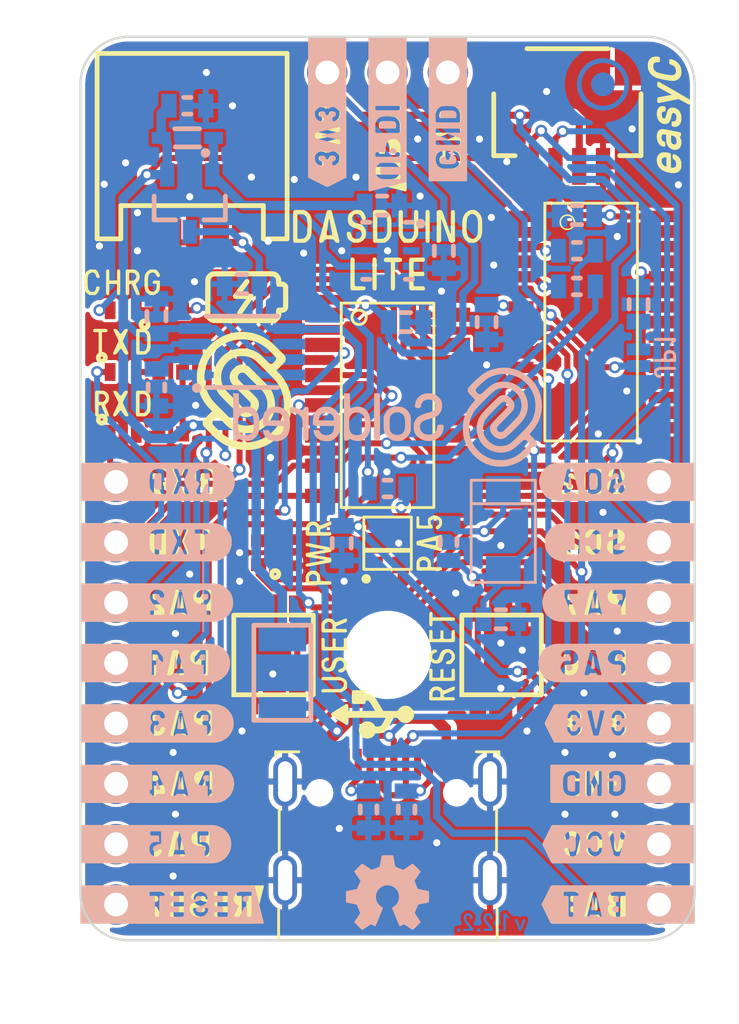
<source format=kicad_pcb>
(kicad_pcb (version 20211014) (generator pcbnew)
  (title_block (title "Dasduino LITE") (date "2022-08-16") (rev "V1.2.2.") (company "SOLDERED") (comment 1 "333008"))
  (layers (0 "F.Cu" mixed) (31 "B.Cu" signal) (34 "B.Paste" user) (35 "F.Paste" user) (36 "B.SilkS" user "B.Silkscreen") (37 "F.SilkS" user "F.Silkscreen") (38 "B.Mask" user) (39 "F.Mask" user) (44 "Edge.Cuts" user))
  (net 0 "")
  (net 1 "+3V3")
  (net 2 "GND")
  (net 3 "RESET")
  (net 4 "VUSB")
  (net 5 "VCC")
  (net 6 "VBAT")
  (net 7 "TXD0")
  (net 8 "Net-(D1-Pad1)")
  (net 9 "RXD0")
  (net 10 "Net-(D2-Pad1)")
  (net 11 "Net-(D3-Pad1)")
  (net 13 "Net-(F1-Pad2)")
  (net 14 "D-")
  (net 15 "D+")
  (net 16 "SDA")
  (net 17 "SCL")
  (net 18 "SPI_MISO")
  (net 19 "SPI_MOSI")
  (net 20 "SPI_SCK")
  (net 21 "SPI_CS")
  (net 23 "RTS")
  (net 24 "Net-(C10-Pad2)")
  (net 25 "Net-(C2-Pad1)")
  (net 26 "Net-(D5-Pad2)")
  (net 27 "Net-(K2-PadA5)")
  (net 29 "Net-(K2-PadB5)")
  (net 36 "Net-(R1-Pad1)")
  (net 37 "Net-(R2-Pad1)")
  (net 38 "Net-(R11-Pad1)")
  (net 39 "Net-(R12-Pad1)")
  (net 41 "Net-(D4-Pad3)")
  (net 43 "PA5")
  (net 44 "PA7")
  (net 45 "PA6")
  (footprint "e-radionica.com footprinti:HEADER-UPDI" (layer "F.Cu") (at 77.43 113.5)
    (fp_text reference "K4")
    (fp_text value "HEADER-UPDI")
  )
  (footprint "buzzardLabel" (layer "F.Cu") (at 90.76 130.72)
    (fp_text reference "")
    (fp_text value "")
  )
  (footprint "buzzardLabel" (layer "F.Cu") (at 64.1 145.96)
    (fp_text reference "")
    (fp_text value "")
  )
  (footprint "e-radionica.com footprinti:0402R" (layer "F.Cu") (at 68.3 126.1)
    (fp_text reference "R3")
    (fp_text value "2k2")
  )
  (footprint "buzzardLabel" (layer "F.Cu") (at 90.76 143.42)
    (fp_text reference "")
    (fp_text value "")
  )
  (footprint "buzzardLabel" (layer "F.Cu") (at 64.1 135.8)
    (fp_text reference "")
    (fp_text value "")
  )
  (footprint "e-radionica.com footprinti:FIDUCIAL_23" (layer "F.Cu") (at 77.43 148)
    (fp_text reference "FD1")
    (fp_text value "FIDUCIAL")
  )
  (footprint "Soldered Graphics:Logo-Back-OSH-3.5mm" (layer "F.Cu") (at 77.43 148)
    (fp_text reference "G***" hide)
    (fp_text value "LOGO" hide)
  )
  (footprint "e-radionica.com footprinti:0402LED" (layer "F.Cu") (at 66.3 128.7 180)
    (fp_text reference "D2")
    (fp_text value "blue")
  )
  (footprint "e-radionica.com footprinti:SOIC-14" (layer "F.Cu") (at 77.43 127.5)
    (fp_text reference "U4")
    (fp_text value "ATTINY1604")
  )
  (footprint "e-radionica.com footprinti:0402R" (layer "F.Cu") (at 68.3 128.7)
    (fp_text reference "R4")
    (fp_text value "2k2")
  )
  (footprint "buzzardLabel" (layer "F.Cu") (at 90.76 138.34)
    (fp_text reference "")
    (fp_text value "")
  )
  (footprint "buzzardLabel" (layer "F.Cu") (at 90.76 140.88)
    (fp_text reference "")
    (fp_text value "")
  )
  (footprint "buzzardLabel" (layer "F.Cu") (at 90.76 133.26)
    (fp_text reference "")
    (fp_text value "")
  )
  (footprint "buzzardLabel" (layer "F.Cu") (at 64.1 143.42)
    (fp_text reference "")
    (fp_text value "")
  )
  (footprint "buzzardLabel" (layer "F.Cu") (at 90.76 145.96)
    (fp_text reference "")
    (fp_text value "")
  )
  (footprint "buzzardLabel" (layer "F.Cu") (at 74.89 111.6 90)
    (fp_text reference "")
    (fp_text value "")
  )
  (footprint "e-radionica.com footprinti:WS2812B-2020" (layer "F.Cu") (at 77.43 133.3 -90)
    (fp_text reference "D4")
    (fp_text value "WS2812B-2020")
  )
  (footprint "buzzardLabel" (layer "F.Cu") (at 77.43 111.6 90)
    (fp_text reference "")
    (fp_text value "")
  )
  (footprint "e-radionica.com footprinti:0402R" (layer "F.Cu") (at 68.3 123.5 180)
    (fp_text reference "R12")
    (fp_text value "2k2")
  )
  (footprint "buzzardLabel" (layer "F.Cu") (at 79.97 111.6 90)
    (fp_text reference "")
    (fp_text value "")
  )
  (footprint "buzzardLabel" (layer "F.Cu") (at 90.76 135.8)
    (fp_text reference "")
    (fp_text value "")
  )
  (footprint "e-radionica.com footprinti:0402LED" (layer "F.Cu") (at 73.3 133.7 -90)
    (fp_text reference "D3")
    (fp_text value "purple")
  )
  (footprint "buzzardLabel" (layer "F.Cu") (at 79.7 138 90)
    (fp_text reference "")
    (fp_text value "")
  )
  (footprint "e-radionica.com footprinti:SOP-16" (layer "F.Cu") (at 86 124)
    (fp_text reference "U1")
    (fp_text value "CH340C")
  )
  (footprint "buzzardLabel" (layer "F.Cu") (at 79.2 133.3 90)
    (fp_text reference "")
    (fp_text value "")
  )
  (footprint "buzzardLabel" (layer "F.Cu") (at 77.43 120)
    (fp_text reference "")
    (fp_text value "")
  )
  (footprint "e-radionica.com footprinti:easyC-connector" (layer "F.Cu") (at 85 115.3)
    (fp_text reference "K1")
    (fp_text value "easyC-SMD")
  )
  (footprint "e-radionica.com footprinti:0402LED" (layer "F.Cu") (at 66.3 126.1 180)
    (fp_text reference "D1")
    (fp_text value "white")
  )
  (footprint "Soldered Graphics:Symbol-Front-Battery" (layer "F.Cu") (at 71.5 123.025007)
    (fp_text reference "G***" hide)
    (fp_text value "LOGO" hide)
  )
  (footprint "buzzardLabel" (layer "F.Cu") (at 64.1 138.34)
    (fp_text reference "")
    (fp_text value "")
  )
  (footprint "buzzardLabel" (layer "F.Cu") (at 66.3 122.3)
    (fp_text reference "")
    (fp_text value "")
  )
  (footprint "Soldered Graphics:Logo-Back-SolderedFULL-13mm" (layer "F.Cu") (at 77.43 128)
    (fp_text reference "REF**" hide)
    (fp_text value "Logo-Front-SolderedFULL-13mm" hide)
  )
  (footprint "Soldered Graphics:Logo-Front-Soldered-5mm" (layer "F.Cu") (at 71.4 126.9)
    (fp_text reference "G***" hide)
    (fp_text value "LOGO" hide)
  )
  (footprint "buzzardLabel" (layer "F.Cu") (at 90.76 148.5)
    (fp_text reference "")
    (fp_text value "")
  )
  (footprint "buzzardLabel" (layer "F.Cu") (at 75.16 138 90)
    (fp_text reference "")
    (fp_text value "")
  )
  (footprint "buzzardLabel" (layer "F.Cu") (at 66.3 127.4)
    (fp_text reference "")
    (fp_text value "")
  )
  (footprint "buzzardLabel" (layer "F.Cu") (at 64.1 133.26)
    (fp_text reference "")
    (fp_text value "")
  )
  (footprint "e-radionica.com footprinti:0402LED" (layer "F.Cu") (at 66.3 123.5)
    (fp_text reference "D5")
    (fp_text value "red")
  )
  (footprint "buzzardLabel" (layer "F.Cu") (at 64.1 140.88)
    (fp_text reference "")
    (fp_text value "")
  )
  (footprint "e-radionica.com footprinti:YTSA007A0151803B" (layer "F.Cu") (at 72.63 138 90)
    (fp_text reference "SW1")
    (fp_text value "YTSA007A0151803B")
  )
  (footprint "e-radionica.com footprinti:HOLE_3.2mm" (layer "F.Cu") (at 77.43 138)
    (fp_text reference "H1" hide)
    (fp_text value "HOLE_3.2mm" hide)
  )
  (footprint "e-radionica.com footprinti:JST-2pin-SMD" (layer "F.Cu") (at 69.2 117.5)
    (fp_text reference "K3")
    (fp_text value "JST-2pin-SMD")
  )
  (footprint "Soldered Graphics:Logo-Front-easyC-5mm" (layer "F.Cu") (at 89.25 115.275 90)
    (fp_text reference "G***" hide)
    (fp_text value "LOGO" hide)
  )
  (footprint "Soldered Graphics:Symbol-Front-USB" (layer "F.Cu") (at 76.8 140.5 90)
    (fp_text reference "G***" hide)
    (fp_text value "LOGO" hide)
  )
  (footprint "buzzardLabel" (layer "F.Cu") (at 77.43 122)
    (fp_text reference "")
    (fp_text value "")
  )
  (footprint "buzzardLabel" (layer "F.Cu") (at 74.5 133.7 90)
    (fp_text reference "")
    (fp_text value "")
  )
  (footprint "e-radionica.com footprinti:YTSA007A0151803B" (layer "F.Cu") (at 82.23 138 90)
    (fp_text reference "SW2")
    (fp_text value "YTSA007A0151803B")
  )
  (footprint "e-radionica.com footprinti:0402R" (layer "F.Cu") (at 72 133.7 90)
    (fp_text reference "R6")
    (fp_text value "2k2")
  )
  (footprint "buzzardLabel" (layer "F.Cu") (at 64.1 148.5)
    (fp_text reference "")
    (fp_text value "")
  )
  (footprint "buzzardLabel" (layer "F.Cu") (at 66.3 124.8)
    (fp_text reference "")
    (fp_text value "")
  )
  (footprint "buzzardLabel" (layer "F.Cu") (at 64.1 130.72)
    (fp_text reference "")
    (fp_text value "")
  )
  (footprint "e-radionica.com footprinti:U262-161N-4BVC11" (layer "F.Cu") (at 77.43 145)
    (fp_text reference "K2")
    (fp_text value "U262-161N-4BVC11")
  )
  (footprint "buzzardLabel" (layer "B.Cu") (at 74.89 111.6 90)
    (fp_text reference "")
    (fp_text value "")
  )
  (footprint "buzzardLabel" (layer "B.Cu") (at 79.97 111.6 90)
    (fp_text reference "")
    (fp_text value "")
  )
  (footprint "e-radionica.com footprinti:0603R" (layer "B.Cu") (at 85.4 122.5)
    (fp_text reference "R2")
    (fp_text value "1k")
  )
  (footprint "buzzardLabel" (layer "B.Cu") (at 90.76 143.42 180)
    (fp_text reference "")
    (fp_text value "")
  )
  (footprint "e-radionica.com footprinti:0603C" (layer "B.Cu") (at 78.2 124)
    (fp_text reference "C9")
    (fp_text value "100n")
  )
  (footprint "e-radionica.com footprinti:1206FUSE" (layer "B.Cu") (at 73 138.75 -90)
    (fp_text reference "F1")
    (fp_text value "1206FUSE-500mA")
  )
  (footprint "buzzardLabel" (layer "B.Cu") (at 64.1 138.34 180)
    (fp_text reference "")
    (fp_text value "")
  )
  (footprint "e-radionica.com footprinti:0603C" (layer "B.Cu") (at 85.4 119.5)
    (fp_text reference "C1")
    (fp_text value "100n")
  )
  (footprint "e-radionica.com footprinti:M4_DIODA" (layer "B.Cu") (at 82.3 132.8 90)
    (fp_text reference "D6")
    (fp_text value "M4_DIODA")
  )
  (footprint "e-radionica.com footprinti:0603R" (layer "B.Cu") (at 80 133.25 90)
    (fp_text reference "R10")
    (fp_text value "10k")
  )
  (footprint "e-radionica.com footprinti:0603C" (layer "B.Cu") (at 79.8 121 90)
    (fp_text reference "C5")
    (fp_text value "2u2")
  )
  (footprint "e-radionica.com footprinti:0603R" (layer "B.Cu") (at 85.4 121)
    (fp_text reference "R1")
    (fp_text value "1k")
  )
  (footprint "Soldered Graphics:Version1.2.2." (layer "B.Cu") (at 81.75 149.25 180)
    (fp_text reference "REF**" hide)
    (fp_text value "Version1.2.2." hide)
  )
  (footprint "e-radionica.com footprinti:FIDUCIAL_23" (layer "B.Cu") (at 86.5 114 180)
    (fp_text reference "FD2")
    (fp_text value "FIDUCIAL")
  )
  (footprint "buzzardLabel" (layer "B.Cu") (at 64.1 148.5 180)
    (fp_text reference "")
    (fp_text value "")
  )
  (footprint "buzzardLabel" (layer "B.Cu") (at 90.76 133.26 180)
    (fp_text reference "")
    (fp_text value "")
  )
  (footprint "buzzardLabel" (layer "B.Cu") (at 64.1 143.42 180)
    (fp_text reference "")
    (fp_text value "")
  )
  (footprint "e-radionica.com footprinti:0603R" (layer "B.Cu") (at 78.23 144.5 -90)
    (fp_text reference "R7")
    (fp_text value "5k1")
  )
  (footprint "buzzardLabel" (layer "B.Cu") (at 64.1 135.8 180)
    (fp_text reference "")
    (fp_text value "")
  )
  (footprint "e-radionica.com footprinti:TPS7A2633DRVR" (layer "B.Cu") (at 77.43 121 180)
    (fp_text reference "U2")
    (fp_text value "TPS7A2633DRVR")
  )
  (footprint "buzzardLabel" (layer "B.Cu") (at 64.1 145.96 180)
    (fp_text reference "")
    (fp_text value "")
  )
  (footprint "buzzardLabel" (layer "B.Cu") (at 64.1 140.88 180)
    (fp_text reference "")
    (fp_text value "")
  )
  (footprint "e-radionica.com footprinti:HEADER_MALE_8X1" (layer "B.Cu") (at 66 139.61 90)
    (fp_text reference "K5")
    (fp_text value "HEADER_MALE_8X1")
  )
  (footprint "e-radionica.com footprinti:0603R" (layer "B.Cu") (at 76.63 144.5 -90)
    (fp_text reference "R8")
    (fp_text value "5k1")
  )
  (footprint "e-radionica.com footprinti:SOT-23-3" (layer "B.Cu") (at 69.1 119 -90)
    (fp_text reference "Q1")
    (fp_text value "PMOS")
  )
  (footprint "buzzardLabel" (layer "B.Cu") (at 77.43 111.6 90)
    (fp_text reference "")
    (fp_text value "")
  )
  (footprint "e-radionica.com footprinti:0603C" (layer "B.Cu") (at 77.2 119.1 180)
    (fp_text reference "C3")
    (fp_text value "2u2")
  )
  (footprint "buzzardLabel" (layer "B.Cu") (at 90.76 140.88 180)
    (fp_text reference "")
    (fp_text value "")
  )
  (footprint "e-radionica.com footprinti:0603R" (layer "B.Cu") (at 69 114.9 180)
    (fp_text reference "R14")
    (fp_text value "100k")
  )
  (footprint "buzzardLabel" (layer "B.Cu") (at 90.76 148.5 180)
    (fp_text reference "")
    (fp_text value "")
  )
  (footprint "buzzardLabel" (layer "B.Cu") (at 90.76 130.72 180)
    (fp_text reference "")
    (fp_text value "")
  )
  (footprint "e-radionica.com footprinti:0603C" (layer "B.Cu") (at 88 123.25 -90)
    (fp_text reference "C10")
    (fp_text value "100n")
  )
  (footprint "buzzardLabel" (layer "B.Cu") (at 64.1 133.26 180)
    (fp_text reference "")
    (fp_text value "")
  )
  (footprint "buzzardLabel" (layer "B.Cu") (at 90.76 135.8 180)
    (fp_text reference "")
    (fp_text value "")
  )
  (footprint "e-radionica.com footprinti:0603C" (layer "B.Cu") (at 81.6 124 -90)
    (fp_text reference "C2")
    (fp_text value "100n")
  )
  (footprint "buzzardLabel" (layer "B.Cu") (at 90.76 138.34 180)
    (fp_text reference "")
    (fp_text value "")
  )
  (footprint "e-radionica.com footprinti:HEADER_MALE_8X1" (layer "B.Cu") (at 88.86 139.61 90)
    (fp_text reference "K6")
    (fp_text value "HEADER_MALE_8X1")
  )
  (footprint "e-radionica.com footprinti:SMD_JUMPER" (layer "B.Cu") (at 88 125.5 -90)
    (fp_text reference "JP1")
    (fp_text value "SMD_JUMPER")
  )
  (footprint "buzzardLabel" (layer "B.Cu") (at 90.76 145.96 180)
    (fp_text reference "")
    (fp_text value "")
  )
  (footprint "e-radionica.com footprinti:0603C" (layer "B.Cu") (at 71.3 122.4)
    (fp_text reference "C7")
    (fp_text value "2u2")
  )
  (footprint "buzzardLabel" (layer "B.Cu") (at 89.1 125.5 90)
    (fp_text reference "")
    (fp_text value "")
  )
  (footprint "e-radionica.com footprinti:0603C" (layer "B.Cu") (at 82.2 136.5 180)
    (fp_text reference "C6")
    (fp_text value "270p")
  )
  (footprint "e-radionica.com footprinti:0603R" (layer "B.Cu") (at 77.43 131)
    (fp_text reference "R5")
    (fp_text value "1k")
  )
  (footprint "e-radionica.com footprinti:0603C" (layer "B.Cu") (at 67.7 123.75 -90)
    (fp_text reference "C8")
    (fp_text value "2u2")
  )
  (footprint "e-radionica.com footprinti:TP4056M-MSOP8" (layer "B.Cu") (at 71.3 125.25)
    (fp_text reference "U3")
    (fp_text value "TP4056M")
  )
  (footprint "e-radionica.com footprinti:0603R" (layer "B.Cu") (at 67.7 126.75 -90)
    (fp_text reference "R11")
    (fp_text value "3k")
  )
  (footprint "e-radionica.com footprinti:0603C" (layer "B.Cu") (at 75.5 133.3 -90)
    (fp_text reference "C4")
    (fp_text value "100n")
  )
  (footprint "e-radionica.com footprinti:SOD-323" (layer "B.Cu") (at 69 116.25)
    (fp_text reference "D7")
    (fp_text value "BAT20J")
  )
  (footprint "buzzardLabel" (layer "B.Cu") (at 64.1 130.72 180)
    (fp_text reference "")
    (fp_text value "")
  )
  (gr_arc (start 88.36 112) (mid 89.774214 112.585786) (end 90.36 114) (layer "Edge.Cuts") (width 0.1))
  (gr_arc (start 90.36 148) (mid 89.774214 149.414214) (end 88.36 150) (layer "Edge.Cuts") (width 0.1))
  (gr_line (start 64.5 114) (end 64.5 148) (layer "Edge.Cuts") (width 0.1))
  (gr_line (start 90.36 148) (end 90.36 114) (layer "Edge.Cuts") (width 0.1))
  (gr_line (start 88.36 112) (end 66.5 112) (layer "Edge.Cuts") (width 0.1))
  (gr_line (start 66.5 150) (end 88.36 150) (layer "Edge.Cuts") (width 0.1))
  (gr_arc (start 66.5 150) (mid 65.085786 149.414214) (end 64.5 148) (layer "Edge.Cuts") (width 0.1))
  (gr_arc (start 64.5 114) (mid 65.085786 112.585786) (end 66.5 112) (layer "Edge.Cuts") (width 0.1))
  (segment (start 85.25 115.3) (end 85.5 115.55) (width 0.3) (layer "F.Cu") (net 1))
  (segment (start 83 115.3) (end 85.25 115.3) (width 0.3) (layer "F.Cu") (net 1))
  (segment (start 85.5 115.55) (end 85.5 117.45) (width 0.3) (layer "F.Cu") (net 1))
  (segment (start 81.5 132.8) (end 83.9 132.8) (width 0.254) (layer "F.Cu") (net 1))
  (segment (start 75.01898 135.61898) (end 74.6 135.2) (width 0.254) (layer "F.Cu") (net 1))
  (segment (start 74.6 135.2) (end 72.6 135.2) (width 0.254) (layer "F.Cu") (net 1))
  (segment (start 78.08102 135.61898) (end 75.01898 135.61898) (width 0.254) (layer "F.Cu") (net 1))
  (segment (start 72 134.6) (end 72 134.2) (width 0.254) (layer "F.Cu") (net 1))
  (segment (start 80.9 132.8) (end 78.08102 135.61898) (width 0.254) (layer "F.Cu") (net 1))
  (segment (start 74.89 113.89) (end 74.89 113.5) (width 0.3) (layer "F.Cu") (net 1))
  (segment (start 76.3 115.3) (end 74.89 113.89) (width 0.3) (layer "F.Cu") (net 1))
  (segment (start 81.5 132.8) (end 80.9 132.8) (width 0.254) (layer "F.Cu") (net 1))
  (segment (start 76.5 123.3) (end 76.11 123.69) (width 0.3) (layer "F.Cu") (net 1))
  (segment (start 76.11 123.69) (end 74.73 123.69) (width 0.3) (layer "F.Cu") (net 1))
  (segment (start 83.9 132.8) (end 85.6 134.5) (width 0.254) (layer "F.Cu") (net 1))
  (segment (start 83 115.3) (end 76.3 115.3) (width 0.3) (layer "F.Cu") (net 1))
  (segment (start 72.6 135.2) (end 72 134.6) (width 0.254) (layer "F.Cu") (net 1))
  (via (at 81.5 132.8) (size 0.5) (drill 0.3) (layers "F.Cu" "B.Cu") (net 1))
  (via (at 76.5 123.3) (size 0.5) (drill 0.3) (layers "F.Cu" "B.Cu") (net 1))
  (via (at 83 115.3) (size 0.5) (drill 0.3) (layers "F.Cu" "B.Cu") (net 1))
  (via (at 85.6 134.5) (size 0.5) (drill 0.3) (layers "F.Cu" "B.Cu") (net 1))
  (segment (start 81.1 122.3) (end 80.6 122.8) (width 0.3) (layer "B.Cu") (net 1))
  (segment (start 78.425 120.35) (end 79.72 120.35) (width 0.3) (layer "B.Cu") (net 1))
  (segment (start 85.1 118) (end 86.5 118) (width 0.3) (layer "B.Cu") (net 1))
  (segment (start 83 115.9) (end 85.1 118) (width 0.3) (layer "B.Cu") (net 1))
  (segment (start 79.8 125.3) (end 78.1 125.3) (width 0.3) (layer "B.Cu") (net 1))
  (segment (start 85.6 125.3) (end 85.6 137.7) (width 0.3) (layer "B.Cu") (net 1))
  (segment (start 87 123.9) (end 85.6 125.3) (width 0.3) (layer "B.Cu") (net 1))
  (segment (start 77.47 124.67) (end 77.47 124) (width 0.3) (layer "B.Cu") (net 1))
  (segment (start 81.1 120.8) (end 81.1 122.3) (width 0.3) (layer "B.Cu") (net 1))
  (segment (start 80.6 122.8) (end 80.6 124.5) (width 0.3) (layer "B.Cu") (net 1))
  (segment (start 76.77 123.3) (end 77.47 124) (width 0.3) (layer "B.Cu") (net 1))
  (segment (start 79.8 118.8) (end 79.8 120.27) (width 0.3) (layer "B.Cu") (net 1))
  (segment (start 81.5 132.8) (end 82.3 132) (width 0.254) (layer "B.Cu") (net 1))
  (segment (start 79.72 120.35) (end 79.8 120.27) (width 0.3) (layer "B.Cu") (net 1))
  (segment (start 83 115.3) (end 83 115.9) (width 0.3) (layer "B.Cu") (net 1))
  (segment (start 79.8 120.27) (end 80.57 120.27) (width 0.3) (layer "B.Cu") (net 1))
  (segment (start 87.8 120.8) (end 87 121.6) (width 0.3) (layer "B.Cu") (net 1))
  (segment (start 86.5 118) (end 87.8 119.3) (width 0.3) (layer "B.Cu") (net 1))
  (segment (start 74.89 113.5) (end 74.89 113.89) (width 0.3) (layer "B.Cu") (net 1))
  (segment (start 80.325 132.8) (end 81.5 132.8) (width 0.254) (layer "B.Cu") (net 1))
  (segment (start 80.57 120.27) (end 81.1 120.8) (width 0.3) (layer "B.Cu") (net 1))
  (segment (start 76.5 123.3) (end 76.77 123.3) (width 0.3) (layer "B.Cu") (net 1))
  (segment (start 82.3 132) (end 82.3 131.11) (width 0.254) (layer "B.Cu") (net 1))
  (segment (start 80 132.475) (end 80.325 132.8) (width 0.254) (layer "B.Cu") (net 1))
  (segment (start 88.78 140.88) (end 88.86 140.88) (width 0.3) (layer "B.Cu") (net 1))
  (segment (start 87.8 119.3) (end 87.8 120.8) (width 0.3) (layer "B.Cu") (net 1))
  (segment (start 78.1 125.3) (end 77.47 124.67) (width 0.3) (layer "B.Cu") (net 1))
  (segment (start 87 121.6) (end 87 123.9) (width 0.3) (layer "B.Cu") (net 1))
  (segment (start 80.6 124.5) (end 79.8 125.3) (width 0.3) (layer "B.Cu") (net 1))
  (segment (start 74.89 113.89) (end 79.8 118.8) (width 0.3) (layer "B.Cu") (net 1))
  (segment (start 85.6 137.7) (end 88.78 140.88) (width 0.3) (layer "B.Cu") (net 1))
  (via (at 86.9 142.2) (size 0.5) (drill 0.3) (layers "F.Cu" "B.Cu") (net 2))
  (via (at 73.5 118) (size 0.5) (drill 0.3) (layers "F.Cu" "B.Cu") (net 2))
  (via (at 75.4 145.3) (size 0.5) (drill 0.3) (layers "F.Cu" "B.Cu") (net 2))
  (via (at 83.3 141.2) (size 0.5) (drill 0.3) (layers "F.Cu" "B.Cu") (net 2))
  (via (at 68.4 142.1) (size 0.5) (drill 0.3) (layers "F.Cu" "B.Cu") (net 2))
  (via (at 84.9 144.7) (size 0.5) (drill 0.3) (layers "F.Cu" "B.Cu") (net 2))
  (via (at 69.1 134.6) (size 0.5) (drill 0.3) (layers "F.Cu" "B.Cu") (net 2))
  (via (at 71.7 117.9) (size 0.5) (drill 0.3) (layers "F.Cu" "B.Cu") (net 2))
  (via (at 68.5 144.7) (size 0.5) (drill 0.3) (layers "F.Cu" "B.Cu") (net 2))
  (via (at 75.5 121) (size 0.5) (drill 0.3) (layers "F.Cu" "B.Cu") (net 2))
  (via (at 66.4 117.3) (size 0.5) (drill 0.3) (layers "F.Cu" "B.Cu") (net 2))
  (via (at 86.5 132) (size 0.5) (drill 0.3) (layers "F.Cu" "B.Cu") (net 2))
  (via (at 68.4 147.3) (size 0.5) (drill 0.3) (layers "F.Cu" "B.Cu") (net 2))
  (via (at 85.7 139.6) (size 0.5) (drill 0.3) (layers "F.Cu" "B.Cu") (net 2))
  (via (at 69.8 113.5) (size 0.5) (drill 0.3) (layers "F.Cu" "B.Cu") (net 2))
  (via (at 72.6 138.8) (size 0.5) (drill 0.3) (layers "F.Cu" "B.Cu") (net 2))
  (via (at 84.125 114.3) (size 0.5) (drill 0.3) (layers "F.Cu" "B.Cu") (net 2))
  (via (at 77.43 121) (size 0.5) (drill 0.3) (layers "F.Cu" "B.Cu") (net 2))
  (via (at 78.7 116.3) (size 0.5) (drill 0.3) (layers "F.Cu" "B.Cu") (net 2))
  (via (at 71.3 141.2) (size 0.5) (drill 0.3) (layers "F.Cu" "B.Cu") (net 2))
  (via (at 82.2 139.4) (size 0.5) (drill 0.3) (layers "F.Cu" "B.Cu") (net 2))
  (via (at 82.45 117.25) (size 0.5) (drill 0.3) (layers "F.Cu" "B.Cu") (net 2))
  (via (at 81.9 121.6) (size 0.5) (drill 0.3) (layers "F.Cu" "B.Cu") (net 2))
  (via (at 71.2 134.9) (size 0.5) (drill 0.3) (layers "F.Cu" "B.Cu") (net 2))
  (via (at 69.1 118.725) (size 0.5) (drill 0.3) (layers "F.Cu" "B.Cu") (net 2))
  (via (at 77.4 130.3) (size 0.5) (drill 0.3) (layers "F.Cu" "B.Cu") (net 2))
  (via (at 87.1 137) (size 0.5) (drill 0.3) (layers "F.Cu" "B.Cu") (net 2))
  (via (at 70.9 114.9) (size 0.5) (drill 0.3) (layers "F.Cu" "B.Cu") (net 2))
  (via (at 87 144.7) (size 0.5) (drill 0.3) (layers "F.Cu" "B.Cu") (net 2))
  (via (at 88 129) (size 0.5) (drill 0.3) (layers "F.Cu" "B.Cu") (net 2))
  (via (at 73.9 121.1) (size 0.5) (drill 0.3) (layers "F.Cu" "B.Cu") (net 2))
  (via (at 66.9 119.4) (size 0.5) (drill 0.3) (layers "F.Cu" "B.Cu") (net 2))
  (via (at 89.675 118.225) (size 0.5) (drill 0.3) (layers "F.Cu" "B.Cu") (net 2))
  (via (at 75.6 134.9) (size 0.5) (drill 0.3) (layers "F.Cu" "B.Cu") (net 2))
  (via (at 81.3 116.3) (size 0.5) (drill 0.3) (layers "F.Cu" "B.Cu") (net 2))
  (via (at 69.35 127.5) (size 0.5) (drill 0.3) (layers "F.Cu" "B.Cu") (net 2))
  (via (at 78.8 118.7) (size 0.5) (drill 0.3) (layers "F.Cu" "B.Cu") (net 2))
  (via (at 65.3 120.8) (size 0.5) (drill 0.3) (layers "F.Cu" "B.Cu") (net 2))
  (via (at 84.9 142.1) (size 0.5) (drill 0.3) (layers "F.Cu" "B.Cu") (net 2))
  (via (at 80.3 135.4) (size 0.5) (drill 0.3) (layers "F.Cu" "B.Cu") (net 2))
  (via (at 83.1 137.8) (size 0.5) (drill 0.3) (layers "F.Cu" "B.Cu") (net 2))
  (via (at 86.3 128.7) (size 0.5) (drill 0.3) (layers "F.Cu" "B.Cu") (net 2))
  (via (at 69.3 122.3) (size 0.5) (drill 0.3) (layers "F.Cu" "B.Cu") (net 2))
  (via (at 72.4 120.6) (size 0.5) (drill 0.3) (layers "F.Cu" "B.Cu") (net 2))
  (via (at 81.8 119.6) (size 0.5) (drill 0.3) (layers "F.Cu" "B.Cu") (net 2))
  (via (at 65.5 118.2) (size 0.5) (drill 0.3) (layers "F.Cu" "B.Cu") (net 2))
  (via (at 87.5 126.9) (size 0.5) (drill 0.3) (layers "F.Cu" "B.Cu") (net 2))
  (via (at 79.5 145.9) (size 0.5) (drill 0.3) (layers "F.Cu" "B.Cu") (net 2))
  (via (at 76.1 117.9) (size 0.5) (drill 0.3) (layers "F.Cu" "B.Cu") (net 2))
  (via (at 66.9 121) (size 0.5) (drill 0.3) (layers "F.Cu" "B.Cu") (net 2))
  (via (at 87.725 115.875) (size 0.5) (drill 0.3) (layers "F.Cu" "B.Cu") (net 2))
  (via (at 81.6 125.8) (size 0.5) (drill 0.3) (layers "F.Cu" "B.Cu") (net 2))
  (via (at 72.5 129.7) (size 0.5) (drill 0.3) (layers "F.Cu" "B.Cu") (net 2))
  (via (at 87.1 120.4) (size 0.5) (drill 0.3) (layers "F.Cu" "B.Cu") (net 2))
  (via (at 68.5 137.1) (size 0.5) (drill 0.3) (layers "F.Cu" "B.Cu") (net 2))
  (via (at 71.2 133.7) (size 0.5) (drill 0.3) (layers "F.Cu" "B.Cu") (net 2))
  (via (at 82.2 133.4) (size 0.5) (drill 0.3) (layers "F.Cu" "B.Cu") (net 2))
  (via (at 77.9 133.3) (size 0.5) (drill 0.3) (layers "F.Cu" "B.Cu") (net 2))
  (via (at 82.2 137.5) (size 0.5) (drill 0.3) (layers "F.Cu" "B.Cu") (net 2))
  (via (at 79.7 122.7) (size 0.5) (drill 0.3) (layers "F.Cu" "B.Cu") (net 2))
  (segment (start 66 148.5) (end 68.3 148.5) (width 0.254) (layer "F.Cu") (net 3))
  (segment (start 81.37 128.77) (end 80.13 128.77) (width 0.254) (layer "F.Cu") (net 3))
  (segment (start 86.2 127.7) (end 86.2 125.6) (width 0.254) (layer "F.Cu") (net 3))
  (segment (start 81.23 139.95) (end 81.23 136.05) (width 0.254) (layer "F.Cu") (net 3))
  (segment (start 83.6 129.4) (end 82 129.4) (width 0.254) (layer "F.Cu") (net 3))
  (segment (start 75.4 140.1) (end 81.08 140.1) (width 0.254) (layer "F.Cu") (net 3))
  (segment (start 81.23 134.92) (end 81.23 136.05) (width 0.254) (layer "F.Cu") (net 3))
  (segment (start 82 129.4) (end 81.37 128.77) (width 0.254) (layer "F.Cu") (net 3))
  (segment (start 83.6 129.4) (end 84.5 129.4) (width 0.254) (layer "F.Cu") (net 3))
  (segment (start 71.1 142.5) (end 72.4 141.2) (width 0.254) (layer "F.Cu") (net 3))
  (segment (start 86.5 125.9) (end 87 125.9) (width 0.254) (layer "F.Cu") (net 3))
  (segment (start 84.3 123.7) (end 86.2 125.6) (width 0.254) (layer "F.Cu") (net 3))
  (segment (start 68.3 148.5) (end 71.1 145.7) (width 0.254) (layer "F.Cu") (net 3))
  (segment (start 86.2 125.6) (end 86.5 125.9) (width 0.254) (layer "F.Cu") (net 3))
  (segment (start 84.5 129.4) (end 86.2 127.7) (width 0.254) (layer "F.Cu") (net 3))
  (segment (start 81.01 134.7) (end 81.23 134.92) (width 0.254) (layer "F.Cu") (net 3))
  (segment (start 74.3 141.2) (end 75.4 140.1) (width 0.254) (layer "F.Cu") (net 3))
  (segment (start 81.08 140.1) (end 81.23 139.95) (width 0.254) (layer "F.Cu") (net 3))
  (segment (start 71.1 145.7) (end 71.1 142.5) (width 0.254) (layer "F.Cu") (net 3))
  (segment (start 72.4 141.2) (end 74.3 141.2) (width 0.254) (layer "F.Cu") (net 3))
  (segment (start 80.13 128.77) (end 79.86778 128.77) (width 0.254) (layer "F.Cu") (net 3))
  (via (at 84.3 123.7) (size 0.5) (drill 0.3) (layers "F.Cu" "B.Cu") (net 3))
  (via (at 87 125.9) (size 0.5) (drill 0.3) (layers "F.Cu" "B.Cu") (net 3))
  (via (at 81.01 134.7) (size 0.5) (drill 0.3) (layers "F.Cu" "B.Cu") (net 3))
  (via (at 83.6 129.4) (size 0.5) (drill 0.3) (layers "F.Cu" "B.Cu") (net 3))
  (segment (start 82.3 134.49) (end 82.09 134.7) (width 0.254) (layer "B.Cu") (net 3))
  (segment (start 82.3 134.49) (end 82.3 134.9) (width 0.254) (layer "B.Cu") (net 3))
  (segment (start 77.43 113.5) (end 77.43 113.93) (width 0.254) (layer "B.Cu") (net 3))
  (segment (start 82.09 134.7) (end 81.01 134.7) (width 0.254) (layer "B.Cu") (net 3))
  (segment (start 81.47 135.73) (end 81.47 136.5) (width 0.254) (layer "B.Cu") (net 3))
  (segment (start 83.2 122.6) (end 83.5 122.9) (width 0.254) (layer "B.Cu") (net 3))
  (segment (start 83.2 119.7) (end 83.2 122.6) (width 0.254) (layer "B.Cu") (net 3))
  (segment (start 83.6 129.4) (end 83.6 133.3) (width 0.254) (layer "B.Cu") (net 3))
  (segment (start 82.3 134.9) (end 81.47 135.73) (width 0.254) (layer "B.Cu") (net 3))
  (segment (start 82.41 134.49) (end 82.3 134.49) (width 0.254) (layer "B.Cu") (net 3))
  (segment (start 83.6 133.3) (end 82.41 134.49) (width 0.254) (layer "B.Cu") (net 3))
  (segment (start 81.01 134.7) (end 80.335 134.025) (width 0.254) (layer "B.Cu") (net 3))
  (segment (start 87.05 125.85) (end 87 125.9) (width 0.3) (layer "B.Cu") (net 3))
  (segment (start 77.43 113.93) (end 83.2 119.7) (width 0.254) (layer "B.Cu") (net 3))
  (segment (start 83.5 122.9) (end 84.3 123.7) (width 0.254) (layer "B.Cu") (net 3))
  (segment (start 88 125.85) (end 87.05 125.85) (width 0.3) (layer "B.Cu") (net 3))
  (segment (start 80.335 134.025) (end 80 134.025) (width 0.254) (layer "B.Cu") (net 3))
  (segment (start 85.1 119.5) (end 86.8 119.5) (width 0.254) (layer "F.Cu") (net 4))
  (segment (start 68.8 126.1) (end 68.8 128.7) (width 0.254) (layer "F.Cu") (net 4))
  (segment (start 68.89196 128.7) (end 69.24598 128.34598) (width 0.254) (layer "F.Cu") (net 4))
  (segment (start 86.8 119.5) (end 86.855 119.555) (width 0.254) (layer "F.Cu") (net 4))
  (segment (start 68 117.1) (end 81.175 117.1) (width 0.254) (layer "F.Cu") (net 4))
  (segment (start 67.3 117.8) (end 68 117.1) (width 0.254) (layer "F.Cu") (net 4))
  (segment (start 86.855 119.555) (end 88.95 119.555) (width 0.254) (layer "F.Cu") (net 4))
  (segment (start 84.4 118.8) (end 85.1 119.5) (width 0.254) (layer "F.Cu") (net 4))
  (segment (start 82.875 118.8) (end 84.4 118.8) (width 0.254) (layer "F.Cu") (net 4))
  (segment (start 81.175 117.1) (end 82.875 118.8) (width 0.254) (layer "F.Cu") (net 4))
  (segment (start 65.75 123.5) (end 65.3 123.5) (width 0.254) (layer "F.Cu") (net 4))
  (segment (start 68.8 128.7) (end 68.89196 128.7) (width 0.254) (layer "F.Cu") (net 4))
  (via (at 65.3 123.5) (size 0.5) (drill 0.3) (layers "F.Cu" "B.Cu") (net 4))
  (via (at 69.24598 128.34598) (size 0.5) (drill 0.3) (layers "F.Cu" "B.Cu") (net 4))
  (via (at 86.8 119.5) (size 0.5) (drill 0.3) (layers "F.Cu" "B.Cu") (net 4))
  (via (at 67.3 117.8) (size 0.5) (drill 0.3) (layers "F.Cu" "B.Cu") (net 4))
  (segment (start 68.95402 128.34598) (end 68.4 128.9) (width 0.4) (layer "B.Cu") (net 4))
  (segment (start 73.275 126.225) (end 72.125 126.225) (width 0.3) (layer "B.Cu") (net 4))
  (segment (start 71.9 128.9) (end 71.34598 128.34598) (width 0.4) (layer "B.Cu") (net 4))
  (segment (start 67.9 115.225) (end 68.225 114.9) (width 0.4) (layer "B.Cu") (net 4))
  (segment (start 67.4 128.9) (end 66.3 127.8) (width 0.4) (layer "B.Cu") (net 4))
  (segment (start 66.3 118.8) (end 67.3 117.8) (width 0.4) (layer "B.Cu") (net 4))
  (segment (start 68.15 116.5) (end 67.9 116.25) (width 0.4) (layer "B.Cu") (net 4))
  (segment (start 67.905 124.275) (end 67.7 124.48) (width 0.254) (layer "B.Cu") (net 4))
  (segment (start 66.3 123.9) (end 66.3 118.8) (width 0.4) (layer "B.Cu") (net 4))
  (segment (start 67.7 124.48) (end 66.88 124.48) (width 0.3) (layer "B.Cu") (net 4))
  (segment (start 72.125 126.225) (end 70.175 124.275) (width 0.3) (layer "B.Cu") (net 4))
  (segment (start 69.24598 128.34598) (end 68.95402 128.34598) (width 0.4) (layer "B.Cu") (net 4))
  (segment (start 69.325 124.275) (end 67.905 124.275) (width 0.3) (layer "B.Cu") (net 4))
  (segment (start 73 137.35) (end 73 135.4) (width 0.4) (layer "B.Cu") (net 4))
  (segment (start 68.15 117.8) (end 68.15 116.5) (width 0.4) (layer "B.Cu") (net 4))
  (segment (start 66.88 124.48) (end 66.3 123.9) (width 0.3) (layer "B.Cu") (net 4))
  (segment (start 71.9 134.3) (end 71.9 128.9) (width 0.4) (layer "B.Cu") (net 4))
  (segment (start 66.3 127.8) (end 66.3 123.9) (width 0.4) (layer "B.Cu") (net 4))
  (segment (start 70.175 124.275) (end 69.325 124.275) (width 0.3) (layer "B.Cu") (net 4))
  (segment (start 68.4 128.9) (end 67.4 128.9) (width 0.4) (layer "B.Cu") (net 4))
  (segment (start 65.3 123.5) (end 66.3 122.5) (width 0.254) (layer "B.Cu") (net 4))
  (segment (start 71.34598 128.34598) (end 69.24598 128.34598) (width 0.4) (layer "B.Cu") (net 4))
  (segment (start 86.8 119.5) (end 86.13 119.5) (width 0.254) (layer "B.Cu") (net 4))
  (segment (start 67.9 116.25) (end 67.9 115.225) (width 0.4) (layer "B.Cu") (net 4))
  (segment (start 67.3 117.8) (end 68.15 117.8) (width 0.4) (layer "B.Cu") (net 4))
  (segment (start 73 135.4) (end 71.9 134.3) (width 0.4) (layer "B.Cu") (net 4))
  (segment (start 85.8 144.9) (end 86.86 145.96) (width 0.3) (layer "F.Cu") (net 5))
  (segment (start 76.2 132.6) (end 76.415 132.385) (width 0.3) (layer "F.Cu") (net 5))
  (segment (start 85.8 141.1) (end 85.8 144.9) (width 0.3) (layer "F.Cu") (net 5))
  (segment (start 83.4 138.7) (end 85.8 141.1) (width 0.3) (layer "F.Cu") (net 5))
  (segment (start 76.415 132.385) (end 76.88 132.385) (width 0.3) (layer "F.Cu") (net 5))
  (segment (start 82.9 138.7) (end 83.4 138.7) (width 0.3) (layer "F.Cu") (net 5))
  (segment (start 86.86 145.96) (end 88.86 145.96) (width 0.3) (layer "F.Cu") (net 5))
  (via (at 82.9 138.7) (size 0.5) (drill 0.3) (layers "F.Cu" "B.Cu") (net 5))
  (via (at 76.2 132.6) (size 0.5) (drill 0.3) (layers "F.Cu" "B.Cu") (net 5))
  (segment (start 75.35 121.65) (end 74.7 121) (width 0.3) (layer "B.Cu") (net 5))
  (segment (start 76.7 124.6) (end 74.7 122.6) (width 0.3) (layer "B.Cu") (net 5))
  (segment (start 76.435 119.135) (end 76.47 119.1) (width 0.3) (layer "B.Cu") (net 5))
  (segment (start 70.1 117.75) (end 70.05 117.8) (width 0.5) (layer "B.Cu") (net 5))
  (segment (start 74.7 120.3) (end 73.5 119.1) (width 0.3) (layer "B.Cu") (net 5))
  (segment (start 75.57 132.5) (end 75.5 132.57) (width 0.3) (layer "B.Cu") (net 5))
  (segment (start 75.5 128.1) (end 76.7 126.9) (width 0.3) (layer "B.Cu") (net 5))
  (segment (start 76.2 132.7) (end 76.2 132.6) (width 0.3) (layer "B.Cu") (net 5))
  (segment (start 76.7 126.9) (end 76.7 124.6) (width 0.3) (layer "B.Cu") (net 5))
  (segment (start 75.5 132.57) (end 76.17 132.57) (width 0.3) (layer "B.Cu") (net 5))
  (segment (start 82.9 138.7) (end 82.2 138.7) (width 0.3) (layer "B.Cu") (net 5))
  (segment (start 74.7 121) (end 74.7 120.3) (width 0.3) (layer "B.Cu") (net 5))
  (segment (start 75.5 132.57) (end 75.5 128.1) (width 0.3) (layer "B.Cu") (net 5))
  (segment (start 71.35 119.1) (end 73.5 119.1) (width 0.4) (layer "B.Cu") (net 5))
  (segment (start 76.435 120.35) (end 76.435 119.135) (width 0.3) (layer "B.Cu") (net 5))
  (segment (start 73.5 119.1) (end 76.47 119.1) (width 0.4) (layer "B.Cu") (net 5))
  (segment (start 70.05 117.8) (end 71.35 119.1) (width 0.4) (layer "B.Cu") (net 5))
  (segment (start 70.1 116.25) (end 70.1 117.75) (width 0.4) (layer "B.Cu") (net 5))
  (segment (start 74.7 122.6) (end 74.7 121) (width 0.3) (layer "B.Cu") (net 5))
  (segment (start 76.435 121.65) (end 75.35 121.65) (width 0.3) (layer "B.Cu") (net 5))
  (segment (start 76.17 132.57) (end 76.2 132.6) (width 0.3) (layer "B.Cu") (net 5))
  (segment (start 82.2 138.7) (end 76.2 132.7) (width 0.3) (layer "B.Cu") (net 5))
  (segment (start 71.325 120.65) (end 70.2 120.65) (width 0.3) (layer "F.Cu") (net 6))
  (via (at 71.325 120.65) (size 0.5) (drill 0.3) (layers "F.Cu" "B.Cu") (net 6))
  (segment (start 71.325 120.65) (end 70.875 120.2) (width 0.3) (layer "B.Cu") (net 6))
  (segment (start 78.7 142.6) (end 76.4 142.6) (width 0.3) (layer "B.Cu") (net 6))
  (segment (start 76.2 126.2) (end 76.2 125) (width 0.3) (layer "B.Cu") (net 6))
  (segment (start 72.03 121.355) (end 72.03 122.4) (width 0.3) (layer "B.Cu") (net 6))
  (segment (start 76.1 142.3) (end 76.1 140.1) (width 0.3) (layer "B.Cu") (net 6))
  (segment (start 71.325 120.65) (end 72.03 121.355) (width 0.3) (layer "B.Cu") (net 6))
  (segment (start 70.875 120.2) (end 69.1 120.2) (width 0.3) (layer "B.Cu") (net 6))
  (segment (start 76.2 125) (end 75.5 124.3) (width 0.3) (layer "B.Cu") (net 6))
  (segment (start 74.3 128.1) (end 76.2 126.2) (width 0.3) (layer "B.Cu") (net 6))
  (segment (start 74.8 138.8) (end 74.8 135.2) (width 0.3) (layer "B.Cu") (net 6))
  (segment (start 74.3 134.7) (end 74.3 128.1) (width 0.3) (layer "B.Cu") (net 6))
  (segment (start 80.2 145.5) (end 79.5 144.8) (width 0.3) (layer "B.Cu") (net 6))
  (segment (start 76.1 140.1) (end 74.8 138.8) (width 0.3) (layer "B.Cu") (net 6))
  (segment (start 72.03 123.83) (end 72.475 124.275) (width 0.3) (layer "B.Cu") (net 6))
  (segment (start 79.5 143.4) (end 78.7 142.6) (width 0.3) (layer "B.Cu") (net 6))
  (segment (start 72.475 124.275) (end 73.275 124.275) (width 0.3) (layer "B.Cu") (net 6))
  (segment (start 73.3 124.3) (end 73.275 124.275) (width 0.3) (layer "B.Cu") (net 6))
  (segment (start 75.5 124.3) (end 73.3 124.3) (width 0.3) (layer "B.Cu") (net 6))
  (segment (start 76.4 142.6) (end 76.1 142.3) (width 0.3) (layer "B.Cu") (net 6))
  (segment (start 79.5 144.8) (end 79.5 143.4) (width 0.3) (layer "B.Cu") (net 6))
  (segment (start 86.3 148.5) (end 83.3 145.5) (width 0.3) (layer "B.Cu") (net 6))
  (segment (start 72.03 122.4) (end 72.03 123.83) (width 0.3) (layer "B.Cu") (net 6))
  (segment (start 74.8 135.2) (end 74.3 134.7) (width 0.3) (layer "B.Cu") (net 6))
  (segment (start 88.86 148.5) (end 86.3 148.5) (width 0.3) (layer "B.Cu") (net 6))
  (segment (start 74.3 128.1) (end 74.7 127.7) (width 0.3) (layer "B.Cu") (net 6))
  (segment (start 83.3 145.5) (end 80.2 145.5) (width 0.3) (layer "B.Cu") (net 6))
  (segment (start 66.64 133.26) (end 66 133.26) (width 0.254) (layer "F.Cu") (net 7))
  (segment (start 76.4 129.7) (end 76 130.1) (width 0.254) (layer "F.Cu") (net 7))
  (segment (start 76 130.9) (end 75.59 131.31) (width 0.254) (layer "F.Cu") (net 7))
  (segment (start 75.59 131.31) (end 74.73 131.31) (width 0.254) (layer "F.Cu") (net 7))
  (segment (start 76 130.1) (end 76 130.9) (width 0.254) (layer "F.Cu") (net 7))
  (segment (start 74.73 131.31) (end 68.59 131.31) (width 0.254) (layer "F.Cu") (net 7))
  (segment (start 68.59 131.31) (end 66.64 133.26) (width 0.254) (layer "F.Cu") (net 7))
  (segment (start 78 129.7) (end 76.4 129.7) (width 0.254) (layer "F.Cu") (net 7))
  (segment (start 65.75 126.1) (end 65.2 126.1) (width 0.254) (layer "F.Cu") (net 7))
  (via (at 65.2 126.1) (size 0.5) (drill 0.3) (layers "F.Cu" "B.Cu") (net 7))
  (via (at 78 129.7) (size 0.5) (drill 0.3) (layers "F.Cu" "B.Cu") (net 7))
  (segment (start 66.74 133.26) (end 66 133.26) (width 0.254) (layer "B.Cu") (net 7))
  (segment (start 65.2 127.6) (end 67.9 130.3) (width 0.254) (layer "B.Cu") (net 7))
  (segment (start 86.175 123.525) (end 86.175 122.5) (width 0.254) (layer "B.Cu") (net 7))
  (segment (start 67.9 132.1) (end 66.74 133.26) (width 0.254) (layer "B.Cu") (net 7))
  (segment (start 67.9 130.3) (end 67.9 132.1) (width 0.254) (layer "B.Cu") (net 7))
  (segment (start 80 129.7) (end 86.175 123.525) (width 0.254) (layer "B.Cu") (net 7))
  (segment (start 78 129.7) (end 80 129.7) (width 0.254) (layer "B.Cu") (net 7))
  (segment (start 65.2 126.1) (end 65.2 127.6) (width 0.254) (layer "B.Cu") (net 7))
  (segment (start 66.85 126.1) (end 67.8 126.1) (width 0.254) (layer "F.Cu") (net 8))
  (segment (start 73.46 130.04) (end 72.7 130.8) (width 0.254) (layer "F.Cu") (net 9))
  (segment (start 66.08 130.8) (end 66 130.72) (width 0.254) (layer "F.Cu") (net 9))
  (segment (start 74.73 130.04) (end 73.46 130.04) (width 0.254) (layer "F.Cu") (net 9))
  (segment (start 77.4 129.1) (end 76.3 129.1) (width 0.254) (layer "F.Cu") (net 9))
  (segment (start 75.36 130.04) (end 74.73 130.04) (width 0.254) (layer "F.Cu") (net 9))
  (segment (start 65.75 128.7) (end 65.75 130.47) (width 0.254) (layer "F.Cu") (net 9))
  (segment (start 65.75 130.47) (end 66 130.72) (width 0.254) (layer "F.Cu") (net 9))
  (segment (start 76.3 129.1) (end 75.36 130.04) (width 0.254) (layer "F.Cu") (net 9))
  (segment (start 72.7 130.8) (end 66.08 130.8) (width 0.254) (layer "F.Cu") (net 9))
  (via (at 77.4 129.1) (size 0.5) (drill 0.3) (layers "F.Cu" "B.Cu") (net 9))
  (segment (start 85.4 121.775) (end 86.175 121) (width 0.254) (layer "B.Cu") (net 9))
  (segment (start 77.4 129.1) (end 79.8 129.1) (width 0.254) (layer "B.Cu") (net 9))
  (segment (start 85.4 123.5) (end 85.4 121.775) (width 0.254) (layer "B.Cu") (net 9))
  (segment (start 79.8 129.1) (end 85.4 123.5) (width 0.254) (layer "B.Cu") (net 9))
  (segment (start 67.8 128.7) (end 66.85 128.7) (width 0.254) (layer "F.Cu") (net 10))
  (segment (start 72 133.2) (end 73.25 133.2) (width 0.254) (layer "F.Cu") (net 11))
  (segment (start 73.25 133.2) (end 73.3 133.15) (width 0.254) (layer "F.Cu") (net 11))
  (via (at 75.3 141.2) (size 0.5) (drill 0.3) (layers "F.Cu" "B.Cu") (net 13))
  (segment (start 74.25 140.15) (end 73 140.15) (width 0.4) (layer "B.Cu") (net 13))
  (segment (start 75.3 141.2) (end 74.25 140.15) (width 0.4) (layer "B.Cu") (net 13))
  (segment (start 83.705 125.905) (end 83.05 125.905) (width 0.254) (layer "F.Cu") (net 14))
  (segment (start 77.5 141.4) (end 77 141.4) (width 0.254) (layer "F.Cu") (net 14))
  (segment (start 77.5 141.4) (end 77.693 141.593) (width 0.254) (layer "F.Cu") (net 14))
  (segment (start 76.693 141.707) (end 76.693 142.525) (width 0.254) (layer "F.Cu") (net 14))
  (segment (start 77 141.4) (end 76.693 141.707) (width 0.254) (layer "F.Cu") (net 14))
  (segment (start 77.693 141.593) (end 77.693 142.525) (width 0.254) (layer "F.Cu") (net 14))
  (segment (start 84.2 126.4) (end 83.705 125.905) (width 0.254) (layer "F.Cu") (net 14))
  (via (at 84.2 126.4) (size 0.5) (drill 0.3) (layers "F.Cu" "B.Cu") (net 14))
  (via (at 77.5 141.4) (size 0.5) (drill 0.3) (layers "F.Cu" "B.Cu") (net 14))
  (segment (start 84.2 138.6) (end 84.2 126.4) (width 0.254) (layer "B.Cu") (net 14))
  (segment (start 77.5 141.4) (end 78.3 140.6) (width 0.254) (layer "B.Cu") (net 14))
  (segment (start 82.2 140.6) (end 84.2 138.6) (width 0.254) (layer "B.Cu") (net 14))
  (segment (start 78.3 140.6) (end 82.2 140.6) (width 0.254) (layer "B.Cu") (net 14))
  (segment (start 77.9 143.9) (end 78.2 143.6) (width 0.254) (layer "F.Cu") (net 15))
  (segment (start 78.5 141.4) (end 78.193 141.707) (width 0.254) (layer "F.Cu") (net 15))
  (segment (start 84.235 124.635) (end 83.05 124.635) (width 0.254) (layer "F.Cu") (net 15))
  (segment (start 77.193 143.593) (end 77.5 143.9) (width 0.254) (layer "F.Cu") (net 15))
  (segment (start 78.193 141.707) (end 78.193 142.525) (width 0.254) (layer "F.Cu") (net 15))
  (segment (start 78.2 142.532) (end 78.193 142.525) (width 0.254) (layer "F.Cu") (net 15))
  (segment (start 78.2 143.6) (end 78.2 142.532) (width 0.254) (layer "F.Cu") (net 15))
  (segment (start 77.193 142.525) (end 77.193 143.593) (width 0.254) (layer "F.Cu") (net 15))
  (segment (start 85 126.2) (end 85 125.4) (width 0.254) (layer "F.Cu") (net 15))
  (segment (start 77.5 143.9) (end 77.9 143.9) (width 0.254) (layer "F.Cu") (net 15))
  (segment (start 85 125.4) (end 84.235 124.635) (width 0.254) (layer "F.Cu") (net 15))
  (via (at 78.5 141.4) (size 0.5) (drill 0.3) (layers "F.Cu" "B.Cu") (net 15))
  (via (at 85 126.2) (size 0.5) (drill 0.3) (layers "F.Cu" "B.Cu") (net 15))
  (segment (start 78.6 141.3) (end 82.2 141.3) (width 0.254) (layer "B.Cu") (net 15))
  (segment (start 82.2 141.3) (end 85 138.5) (width 0.254) (layer "B.Cu") (net 15))
  (segment (start 78.5 141.4) (end 78.6 141.3) (width 0.254) (layer "B.Cu") (net 15))
  (segment (start 85 138.5) (end 85 126.2) (width 0.254) (layer "B.Cu") (net 15))
  (segment (start 80.13 131.31) (end 86.59 131.31) (width 0.254) (layer "F.Cu") (net 16))
  (segment (start 84.5 116.275) (end 84.5 117.45) (width 0.254) (layer "F.Cu") (net 16))
  (segment (start 84.8 115.975) (end 84.5 116.275) (width 0.254) (layer "F.Cu") (net 16))
  (segment (start 87.18 130.72) (end 88.86 130.72) (width 0.254) (layer "F.Cu") (net 16))
  (segment (start 86.59 131.31) (end 87.18 130.72) (width 0.254) (layer "F.Cu") (net 16))
  (via (at 84.8 115.975) (size 0.5) (drill 0.3) (layers "F.Cu" "B.Cu") (net 16))
  (segment (start 84.8 115.975) (end 86.475 115.975) (width 0.254) (layer "B.Cu") (net 16))
  (segment (start 86.475 115.975) (end 89.6 119.1) (width 0.254) (layer "B.Cu") (net 16))
  (segment (start 89.6 129.98) (end 88.86 130.72) (width 0.254) (layer "B.Cu") (net 16))
  (segment (start 89.6 119.1) (end 89.6 129.98) (width 0.254) (layer "B.Cu") (net 16))
  (segment (start 86.9 129.5) (end 86.36 130.04) (width 0.254) (layer "F.Cu") (net 17))
  (segment (start 83.5 116.35) (end 83.9 115.95) (width 0.25) (layer "F.Cu") (net 17))
  (segment (start 83.5 117.45) (end 83.5 116.35) (width 0.25) (layer "F.Cu") (net 17))
  (segment (start 86.36 130.04) (end 80.13 130.04) (width 0.254) (layer "F.Cu") (net 17))
  (via (at 83.9 115.95) (size 0.5) (drill 0.3) (layers "F.Cu" "B.Cu") (net 17))
  (via (at 86.9 129.5) (size 0.5) (drill 0.3) (layers "F.Cu" "B.Cu") (net 17))
  (segment (start 83.9 115.95) (end 85.05 117.1) (width 0.254) (layer "B.Cu") (net 17))
  (segment (start 86.9 129.5) (end 86.9 131.3) (width 0.254) (layer "B.Cu") (net 17))
  (segment (start 86.7 117.1) (end 89.2 119.6) (width 0.254) (layer "B.Cu") (net 17))
  (segment (start 86.9 131.3) (end 88.86 133.26) (width 0.254) (layer "B.Cu") (net 17))
  (segment (start 86.9 129.1) (end 86.9 129.5) (width 0.254) (layer "B.Cu") (net 17))
  (segment (start 85.05 117.1) (end 86.7 117.1) (width 0.254) (layer "B.Cu") (net 17))
  (segment (start 89.2 119.6) (end 89.2 126.8) (width 0.254) (layer "B.Cu") (net 17))
  (segment (start 89.2 126.8) (end 86.9 129.1) (width 0.254) (layer "B.Cu") (net 17))
  (segment (start 73.6 122.2) (end 77.2 122.2) (width 0.254) (layer "F.Cu") (net 18))
  (segment (start 78.1 123.1) (end 78.1 125.2) (width 0.254) (layer "F.Cu") (net 18))
  (segment (start 70.6 129.6) (end 70.6 125.2) (width 0.254) (layer "F.Cu") (net 18))
  (segment (start 77.2 122.2) (end 78.1 123.1) (width 0.254) (layer "F.Cu") (net 18))
  (segment (start 70.6 125.2) (end 73.6 122.2) (width 0.254) (layer "F.Cu") (net 18))
  (segment (start 78.1 125.2) (end 79.13 126.23) (width 0.254) (layer "F.Cu") (net 18))
  (segment (start 79.13 126.23) (end 80.13 126.23) (width 0.254) (layer "F.Cu") (net 18))
  (via (at 70.6 129.6) (size 0.5) (drill 0.3) (layers "F.Cu" "B.Cu") (net 18))
  (segment (start 70.6 129.3) (end 70.2 128.9) (width 0.254) (layer "B.Cu") (net 18))
  (segment (start 66.8 135.8) (end 66 135.8) (width 0.254) (layer "B.Cu") (net 18))
  (segment (start 69.5 128.9) (end 69 129.4) (width 0.254) (layer "B.Cu") (net 18))
  (segment (start 69 129.4) (end 69 133.6) (width 0.254) (layer "B.Cu") (net 18))
  (segment (start 69 133.6) (end 66.8 135.8) (width 0.254) (layer "B.Cu") (net 18))
  (segment (start 70.6 129.6) (end 70.6 129.3) (width 0.254) (layer "B.Cu") (net 18))
  (segment (start 70.2 128.9) (end 69.5 128.9) (width 0.254) (layer "B.Cu") (net 18))
  (segment (start 76.9 122.6) (end 77.7 123.4) (width 0.254) (layer "F.Cu") (net 19))
  (segment (start 68.6 139.6) (end 67.34 138.34) (width 0.254) (layer "F.Cu") (net 19))
  (segment (start 73.8 122.6) (end 76.9 122.6) (width 0.254) (layer "F.Cu") (net 19))
  (segment (start 71.2 125.2) (end 73.8 122.6) (width 0.254) (layer "F.Cu") (net 19))
  (segment (start 79.3 127.5) (end 80.13 127.5) (width 0.254) (layer "F.Cu") (net 19))
  (segment (start 77.7 123.4) (end 77.7 125.9) (width 0.254) (layer "F.Cu") (net 19))
  (segment (start 77.7 125.9) (end 79.3 127.5) (width 0.254) (layer "F.Cu") (net 19))
  (segment (start 67.34 138.34) (end 66 138.34) (width 0.254) (layer "F.Cu") (net 19))
  (segment (start 71.2 130.2) (end 71.2 125.2) (width 0.254) (layer "F.Cu") (net 19))
  (via (at 68.6 139.6) (size 0.5) (drill 0.3) (layers "F.Cu" "B.Cu") (net 19))
  (via (at 71.2 130.2) (size 0.5) (drill 0.3) (layers "F.Cu" "B.Cu") (net 19))
  (segment (start 71.2 130.2) (end 70.4 131) (width 0.254) (layer "B.Cu") (net 19))
  (segment (start 69.3 139.6) (end 68.6 139.6) (width 0.254) (layer "B.Cu") (net 19))
  (segment (start 70.4 138.5) (end 69.3 139.6) (width 0.254) (layer "B.Cu") (net 19))
  (segment (start 70.4 131) (end 70.4 138.5) (width 0.254) (layer "B.Cu") (net 19))
  (segment (start 69.9 129.4) (end 69.9 125.2) (width 0.254) (layer "F.Cu") (net 20))
  (segment (start 69.8 129.5) (end 69.9 129.4) (width 0.254) (layer "F.Cu") (net 20))
  (segment (start 78.5 124.1) (end 79.36 124.96) (width 0.254) (layer "F.Cu") (net 20))
  (segment (start 77.5 121.8) (end 78.5 122.8) (width 0.254) (layer "F.Cu") (net 20))
  (segment (start 69.9 125.2) (end 73.3 121.8) (width 0.254) (layer "F.Cu") (net 20))
  (segment (start 73.3 121.8) (end 77.5 121.8) (width 0.254) (layer "F.Cu") (net 20))
  (segment (start 79.36 124.96) (end 80.13 124.96) (width 0.254) (layer "F.Cu") (net 20))
  (segment (start 78.5 122.8) (end 78.5 124.1) (width 0.254) (layer "F.Cu") (net 20))
  (via (at 69.8 129.5) (size 0.5) (drill 0.3) (layers "F.Cu" "B.Cu") (net 20))
  (segment (start 69.8 137.08) (end 66 140.88) (width 0.254) (layer "B.Cu") (net 20))
  (segment (start 69.8 129.5) (end 69.8 137.08) (width 0.254) (layer "B.Cu") (net 20))
  (segment (start 68.78 143.42) (end 69.8 142.4) (width 0.254) (layer "F.Cu") (net 21))
  (segment (start 75.26 124.96) (end 74.73 124.96) (width 0.254) (layer "F.Cu") (net 21))
  (segment (start 69.9 132.8) (end 70.6 132.1) (width 0.254) (layer "F.Cu") (net 21))
  (segment (start 69.9 142.3) (end 69.9 133.1) (width 0.254) (layer "F.Cu") (net 21))
  (segment (start 70.6 132.1) (end 70.7 132) (width 0.254) (layer "F.Cu") (net 21))
  (segment (start 70.7 132) (end 73 132) (width 0.254) (layer "F.Cu") (net 21))
  (segment (start 73 132) (end 73.1 131.9) (width 0.254) (layer "F.Cu") (net 21))
  (segment (start 75.6 125.3) (end 75.26 124.96) (width 0.254) (layer "F.Cu") (net 21))
  (segment (start 69.9 133.1) (end 69.9 132.8) (width 0.254) (layer "F.Cu") (net 21))
  (segment (start 66 143.42) (end 68.78 143.42) (width 0.254) (layer "F.Cu") (net 21))
  (segment (start 69.8 142.4) (end 69.9 142.3) (width 0.254) (layer "F.Cu") (net 21))
  (via (at 75.6 125.3) (size 0.5) (drill 0.3) (layers "F.Cu" "B.Cu") (net 21))
  (via (at 73.1 131.9) (size 0.5) (drill 0.3) (layers "F.Cu" "B.Cu") (net 21))
  (segment (start 73.5 126.9) (end 73.1 127.3) (width 0.254) (layer "B.Cu") (net 21))
  (segment (start 75.6 125.3) (end 74 126.9) (width 0.254) (layer "B.Cu") (net 21))
  (segment (start 74 126.9) (end 73.5 126.9) (width 0.254) (layer "B.Cu") (net 21))
  (segment (start 73.1 127.3) (end 73.1 131.9) (width 0.254) (layer "B.Cu") (net 21))
  (segment (start 88.1 121.9) (end 88.295 122.095) (width 0.254) (layer "F.Cu") (net 23))
  (segment (start 88.295 122.095) (end 88.95 122.095) (width 0.254) (layer "F.Cu") (net 23))
  (via (at 88.1 121.9) (size 0.5) (drill 0.3) (layers "F.Cu" "B.Cu") (net 23))
  (segment (start 88.1 121.9) (end 88.1 122.42) (width 0.254) (layer "B.Cu") (net 23))
  (segment (start 88.1 122.42) (end 88 122.52) (width 0.254) (layer "B.Cu") (net 23))
  (segment (start 88 123.98) (end 88 125.15) (width 0.3) (layer "B.Cu") (net 24))
  (segment (start 82.365 123.365) (end 82.3 123.3) (width 0.3) (layer "F.Cu") (net 25))
  (segment (start 83.05 123.365) (end 82.365 123.365) (width 0.3) (layer "F.Cu") (net 25))
  (via (at 82.3 123.3) (size 0.5) (drill 0.3) (layers "F.Cu" "B.Cu") (net 25))
  (segment (start 82.3 123.3) (end 81.63 123.3) (width 0.3) (layer "B.Cu") (net 25))
  (segment (start 81.63 123.3) (end 81.6 123.27) (width 0.3) (layer "B.Cu") (net 25))
  (segment (start 67.8 123.5) (end 66.85 123.5) (width 0.254) (layer "F.Cu") (net 26))
  (segment (start 75.9 143.7) (end 75.9 143.50022) (width 0.254) (layer "F.Cu") (net 27))
  (segment (start 75.9 143.50022) (end 76.193 143.20722) (width 0.254) (layer "F.Cu") (net 27))
  (segment (start 76.193 143.20722) (end 76.193 142.525) (width 0.254) (layer "F.Cu") (net 27))
  (via (at 75.9 143.7) (size 0.5) (drill 0.3) (layers "F.Cu" "B.Cu") (net 27))
  (segment (start 76.405 143.7) (end 76.43 143.725) (width 0.254) (layer "B.Cu") (net 27))
  (segment (start 75.9 143.7) (end 76.405 143.7) (width 0.254) (layer "B.Cu") (net 27))
  (segment (start 78.8 143.7) (end 79.193 143.307) (width 0.254) (layer "F.Cu") (net 29))
  (segment (start 79.193 143.307) (end 79.193 142.525) (width 0.254) (layer "F.Cu") (net 29))
  (via (at 78.8 143.7) (size 0.5) (drill 0.3) (layers "F.Cu" "B.Cu") (net 29))
  (segment (start 78.455 143.7) (end 78.43 143.725) (width 0.254) (layer "B.Cu") (net 29))
  (segment (start 78.8 143.7) (end 78.455 143.7) (width 0.254) (layer "B.Cu") (net 29))
  (segment (start 83.925 120.825) (end 84.1 121) (width 0.3) (layer "F.Cu") (net 36))
  (segment (start 83.05 120.825) (end 83.925 120.825) (width 0.3) (layer "F.Cu") (net 36))
  (via (at 84.1 121) (size 0.5) (drill 0.3) (layers "F.Cu" "B.Cu") (net 36))
  (segment (start 84.1 121) (end 84.625 121) (width 0.3) (layer "B.Cu") (net 36))
  (segment (start 84 122.5) (end 83.595 122.095) (width 0.3) (layer "F.Cu") (net 37))
  (segment (start 83.595 122.095) (end 83.05 122.095) (width 0.3) (layer "F.Cu") (net 37))
  (via (at 84 122.5) (size 0.5) (drill 0.3) (layers "F.Cu" "B.Cu") (net 37))
  (segment (start 84 122.5) (end 84.625 122.5) (width 0.3) (layer "B.Cu") (net 37))
  (segment (start 68.1 125.575) (end 67.7 125.975) (width 0.3) (layer "B.Cu") (net 38))
  (segment (start 69.325 125.575) (end 68.1 125.575) (width 0.3) (layer "B.Cu") (net 38))
  (segment (start 68.8 123.5) (end 69.3 123.5) (width 0.254) (layer "F.Cu") (net 39))
  (segment (start 69.3 123.5) (end 69.4 123.4) (width 0.254) (layer "F.Cu") (net 39))
  (via (at 69.4 123.4) (size 0.5) (drill 0.3) (layers "F.Cu" "B.Cu") (net 39))
  (segment (start 69.4 123.4) (end 70 123.4) (width 0.254) (layer "B.Cu") (net 39))
  (segment (start 72.175 125.575) (end 73.275 125.575) (width 0.254) (layer "B.Cu") (net 39))
  (segment (start 70 123.4) (end 72.175 125.575) (width 0.254) (layer "B.Cu") (net 39))
  (segment (start 78 132.365) (end 77.98 132.385) (width 0.3) (layer "F.Cu") (net 41))
  (segment (start 78 131.8) (end 78 132.365) (width 0.3) (layer "F.Cu") (net 41))
  (via (at 78 131.8) (size 0.5) (drill 0.3) (layers "F.Cu" "B.Cu") (net 41))
  (segment (start 78.205 131.595) (end 78 131.8) (width 0.3) (layer "B.Cu") (net 41))
  (segment (start 78.205 131) (end 78.205 131.595) (width 0.3) (layer "B.Cu") (net 41))
  (segment (start 70.4 145.1) (end 69.54 145.96) (width 0.254) (layer "F.Cu") (net 43))
  (segment (start 70.4 133.3) (end 70.4 145.1) (width 0.254) (layer "F.Cu") (net 43))
  (segment (start 71.2 132.5) (end 70.4 133.3) (width 0.254) (layer "F.Cu") (net 43))
  (segment (start 77.6 127.1) (end 76.73 126.23) (width 0.254) (layer "F.Cu") (net 43))
  (segment (start 76.6 131.2) (end 75.3 132.5) (width 0.254) (layer "F.Cu") (net 43))
  (segment (start 75.3 132.5) (end 71.2 132.5) (width 0.254) (layer "F.Cu") (net 43))
  (segment (start 76.6 130.3) (end 76.6 131.2) (width 0.254) (layer "F.Cu") (net 43))
  (segment (start 69.54 145.96) (end 66 145.96) (width 0.254) (layer "F.Cu") (net 43))
  (segment (start 76.73 126.23) (end 74.73 126.23) (width 0.254) (layer "F.Cu") (net 43))
  (segment (start 74.8 126.3) (end 74.73 126.23) (width 0.3) (layer "F.Cu") (net 43))
  (via (at 76.6 130.3) (size 0.5) (drill 0.3) (layers "F.Cu" "B.Cu") (net 43))
  (via (at 77.6 127.1) (size 0.5) (drill 0.3) (layers "F.Cu" "B.Cu") (net 43))
  (segment (start 76.6 130.3) (end 76.655 130.355) (width 0.3) (layer "B.Cu") (net 43))
  (segment (start 76.61 130.3) (end 76.6 130.29) (width 0.254) (layer "B.Cu") (net 43))
  (segment (start 76.6 130.3) (end 76.61 130.3) (width 0.254) (layer "B.Cu") (net 43))
  (segment (start 76.6 130.29) (end 76.6 128.1) (width 0.254) (layer "B.Cu") (net 43))
  (segment (start 76.6 128.1) (end 77.6 127.1) (width 0.254) (layer "B.Cu") (net 43))
  (segment (start 76.655 130.355) (end 76.655 131) (width 0.3) (layer "B.Cu") (net 43))
  (segment (start 78.9 129.6) (end 78.9 130.2) (width 0.254) (layer "F.Cu") (net 44))
  (segment (start 88 135.8) (end 88.86 135.8) (width 0.254) (layer "F.Cu") (net 44))
  (segment (start 79.2 132.1) (end 84.3 132.1) (width 0.254) (layer "F.Cu") (net 44))
  (segment (start 74.8 128.7) (end 75.8 128.7) (width 0.254) (layer "F.Cu") (net 44))
  (segment (start 77.6 128.3) (end 78.9 129.6) (width 0.254) (layer "F.Cu") (net 44))
  (segment (start 76.2 128.3) (end 77.6 128.3) (width 0.254) (layer "F.Cu") (net 44))
  (segment (start 78.9 129.6) (end 78.9 131.8) (width 0.254) (layer "F.Cu") (net 44))
  (segment (start 74.73 128.77) (end 74.8 128.7) (width 0.254) (layer "F.Cu") (net 44))
  (segment (start 75.8 128.7) (end 76.2 128.3) (width 0.254) (layer "F.Cu") (net 44))
  (segment (start 84.3 132.1) (end 88 135.8) (width 0.254) (layer "F.Cu") (net 44))
  (segment (start 78.9 131.8) (end 79.2 132.1) (width 0.254) (layer "F.Cu") (net 44))
  (segment (start 78.7 136) (end 80.6 134.1) (width 0.254) (layer "F.Cu") (net 45))
  (segment (start 74.3 136) (end 78.7 136) (width 0.254) (layer "F.Cu") (net 45))
  (segment (start 74.1 135.8) (end 74.3 136) (width 0.254) (layer "F.Cu") (net 45))
  (segment (start 73.88 135.8) (end 73.63 136.05) (width 0.254) (layer "F.Cu") (net 45))
  (segment (start 80.6 134.1) (end 83.3 134.1) (width 0.254) (layer "F.Cu") (net 45))
  (segment (start 83.3 134.1) (end 87.54 138.34) (width 0.254) (layer "F.Cu") (net 45))
  (segment (start 74.1 135.8) (end 73.88 135.8) (width 0.254) (layer "F.Cu") (net 45))
  (segment (start 73.7 127.5) (end 74.73 127.5) (width 0.254) (layer "F.Cu") (net 45))
  (segment (start 73.63 139.95) (end 73.63 136.05) (width 0.254) (layer "F.Cu") (net 45))
  (segment (start 87.54 138.34) (end 88.86 138.34) (width 0.254) (layer "F.Cu") (net 45))
  (via (at 74.1 135.8) (size 0.5) (drill 0.3) (layers "F.Cu" "B.Cu") (net 45))
  (via (at 73.7 127.5) (size 0.5) (drill 0.3) (layers "F.Cu" "B.Cu") (net 45))
  (segment (start 74.1 135.8) (end 73.7 135.4) (width 0.254) (layer "B.Cu") (net 45))
  (segment (start 73.7 135.4) (end 73.7 127.5) (width 0.254) (layer "B.Cu") (net 45))
  (zone (net 2) (net_name "GND") (layers F&B.Cu) (connect_pads (clearance 0.127)) (min_thickness 0.2) (fill yes (thermal_gap 0.2) (thermal_bridge_width 0.254))
    (polygon (pts (xy 90.35 150) (xy 64.5 150) (xy 64.5 112) (xy 90.35 112)))
  )
  (zone (net 13) (net_name "Net-(F1-Pad2)") (layer "F.Cu") (priority 3) (connect_pads yes (clearance 0.254)) (min_thickness 0.254) (fill yes (thermal_gap 0.254) (thermal_bridge_width 0.254))
    (polygon (pts (xy 80.1 141) (xy 80.1 143.1) (xy 79.7 143.1) (xy 79.7 141.3) (xy 79.3 140.9) (xy 76 140.9) (xy 75.2 141.7) (xy 75.2 143.1) (xy 74.8 143.1) (xy 74.8 141.3) (xy 75.6 140.5) (xy 79.6 140.5)))
  )
)
</source>
